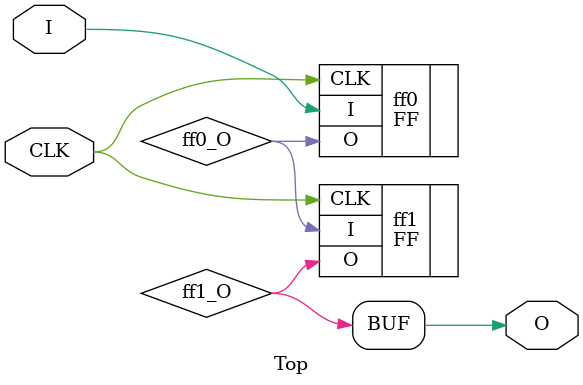
<source format=v>
module Top (
    input I,
    output O,
    input CLK
);
wire ff0_O;
wire ff1_O;
FF #(
    .init(0)
) ff0 (
    .I(I),
    .O(ff0_O),
    .CLK(CLK)
);
FF #(
    .init(1)
) ff1 (
    .I(ff0_O),
    .O(ff1_O),
    .CLK(CLK)
);
assign O = ff1_O;
endmodule


</source>
